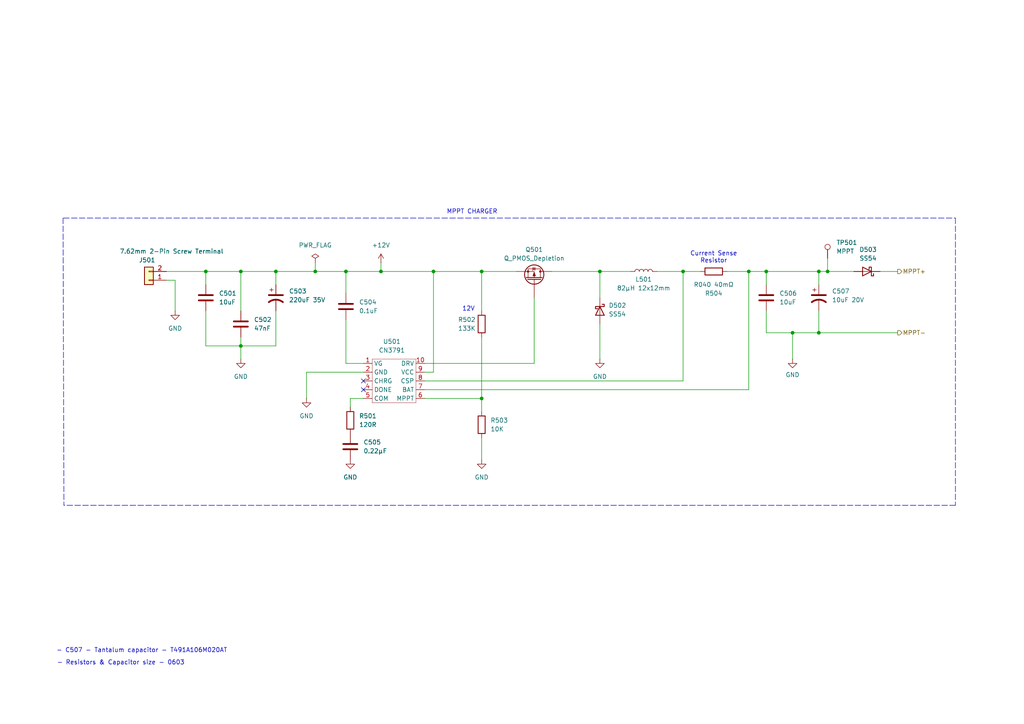
<source format=kicad_sch>
(kicad_sch (version 20250114) (generator "eeschema") (generator_version "9.0")
  (paper "A4")
  (lib_symbols
    (symbol "Connector:TestPoint" (pin_numbers (hide yes)) (pin_names (offset 0.762) (hide yes))
      (property "Reference" "TP" (at 0 6.858 0))
      (property "Value" "TestPoint" (at 0 5.08 0))
      (symbol "TestPoint_0_1"
        (circle (center 0 3.302) (radius 0.762))
      )
      (symbol "TestPoint_1_1"
        (pin passive line (at 0 0 90) (length 2.54) (name "1") (number "1"))
      )
    )
    (symbol "Connector_Generic:Conn_01x02" (pin_names (offset 1.016) (hide yes))
      (property "Reference" "J" (at 0 2.54 0))
      (property "Value" "Conn_01x02" (at 0 -5.08 0))
      (symbol "Conn_01x02_1_1"
        (rectangle (start -1.27 1.27) (end 1.27 -3.81) (stroke (width 0.254)) (fill (type background)))
        (rectangle (start -1.27 0.127) (end 0 -0.127) (stroke (width 0.1524)))
        (rectangle (start -1.27 -2.413) (end 0 -2.667) (stroke (width 0.1524)))
        (pin passive line (at -5.08 0 0) (length 3.81) (name "Pin_1") (number "1"))
        (pin passive line (at -5.08 -2.54 0) (length 3.81) (name "Pin_2") (number "2"))
      )
    )
    (symbol "Device:C" (pin_numbers (hide yes)) (pin_names (offset 0.254))
      (property "Reference" "C" (at 0.635 2.54 0))
      (property "Value" "C" (at 0.635 -2.54 0))
      (symbol "C_0_1"
        (polyline (pts (xy -2.032 0.762) (xy 2.032 0.762)) (stroke (width 0.508)))
        (polyline (pts (xy -2.032 -0.762) (xy 2.032 -0.762)) (stroke (width 0.508)))
      )
      (symbol "C_1_1"
        (pin passive line (at 0 3.81 270) (length 2.794) (name "~") (number "1"))
        (pin passive line (at 0 -3.81 90) (length 2.794) (name "~") (number "2"))
      )
    )
    (symbol "Device:C_Polarized_US" (pin_numbers (hide yes)) (pin_names (offset 0.254) (hide yes))
      (property "Reference" "C" (at 0.635 2.54 0))
      (property "Value" "C_Polarized_US" (at 0.635 -2.54 0))
      (symbol "C_Polarized_US_0_1"
        (polyline (pts (xy -2.032 0.762) (xy 2.032 0.762)) (stroke (width 0.508)))
        (polyline (pts (xy -1.778 2.286) (xy -0.762 2.286)))
        (polyline (pts (xy -1.27 1.778) (xy -1.27 2.794)))
        (arc (start -2.032 -1.27) (mid 0 -0.5572) (end 2.032 -1.27) (stroke (width 0.508)))
      )
      (symbol "C_Polarized_US_1_1"
        (pin passive line (at 0 3.81 270) (length 2.794) (name "~") (number "1"))
        (pin passive line (at 0 -3.81 90) (length 3.302) (name "~") (number "2"))
      )
    )
    (symbol "Device:D_Schottky" (pin_numbers (hide yes)) (pin_names (offset 1.016) (hide yes))
      (property "Reference" "D" (at 0 2.54 0))
      (property "Value" "D_Schottky" (at 0 -2.54 0))
      (symbol "D_Schottky_0_1"
        (polyline (pts (xy -1.905 0.635) (xy -1.905 1.27) (xy -1.27 1.27) (xy -1.27 -1.27) (xy -0.635 -1.27) (xy -0.635 -0.635)) (stroke (width 0.254)))
        (polyline (pts (xy 1.27 1.27) (xy 1.27 -1.27) (xy -1.27 0) (xy 1.27 1.27)) (stroke (width 0.254)))
        (polyline (pts (xy 1.27 0) (xy -1.27 0)))
      )
      (symbol "D_Schottky_1_1"
        (pin passive line (at -3.81 0 0) (length 2.54) (name "K") (number "1"))
        (pin passive line (at 3.81 0 180) (length 2.54) (name "A") (number "2"))
      )
    )
    (symbol "Device:L" (pin_numbers (hide yes)) (pin_names (offset 1.016) (hide yes))
      (property "Reference" "L" (at -1.27 0 90))
      (property "Value" "L" (at 1.905 0 90))
      (symbol "L_0_1"
        (arc (start 0 2.54) (mid 0.6323 1.905) (end 0 1.27))
        (arc (start 0 1.27) (mid 0.6323 0.635) (end 0 0))
        (arc (start 0 0) (mid 0.6323 -0.635) (end 0 -1.27))
        (arc (start 0 -1.27) (mid 0.6323 -1.905) (end 0 -2.54))
      )
      (symbol "L_1_1"
        (pin passive line (at 0 3.81 270) (length 1.27) (name "1") (number "1"))
        (pin passive line (at 0 -3.81 90) (length 1.27) (name "2") (number "2"))
      )
    )
    (symbol "Device:Q_PMOS_Depletion" (pin_numbers (hide yes)) (pin_names (offset 0) (hide yes))
      (property "Reference" "Q" (at 5.08 1.905 0))
      (property "Value" "Q_PMOS_Depletion" (at 5.08 0 0))
      (symbol "Q_PMOS_Depletion_0_1"
        (polyline (pts (xy 0.254 1.905) (xy 0.254 -1.905)) (stroke (width 0.254)))
        (polyline (pts (xy 0.254 0) (xy -2.54 0)))
        (polyline (pts (xy 0.762 2.286) (xy 0.762 -2.286)) (stroke (width 0.254)))
        (polyline (pts (xy 0.762 1.778) (xy 3.302 1.778) (xy 3.302 -1.778) (xy 0.762 -1.778)))
        (circle (center 1.651 0) (radius 2.794) (stroke (width 0.254)))
        (polyline (pts (xy 2.286 0) (xy 1.27 0.381) (xy 1.27 -0.381) (xy 2.286 0)) (fill (type outline)))
        (polyline (pts (xy 2.54 2.54) (xy 2.54 1.778)))
        (circle (center 2.54 1.778) (radius 0.254) (fill (type outline)))
        (circle (center 2.54 -1.778) (radius 0.254) (fill (type outline)))
        (polyline (pts (xy 2.54 -2.54) (xy 2.54 0) (xy 0.762 0)))
        (polyline (pts (xy 2.794 -0.508) (xy 2.921 -0.381) (xy 3.683 -0.381) (xy 3.81 -0.254)))
        (polyline (pts (xy 3.302 -0.381) (xy 2.921 0.254) (xy 3.683 0.254) (xy 3.302 -0.381)))
      )
      (symbol "Q_PMOS_Depletion_1_1"
        (pin input line (at -5.08 0 0) (length 2.54) (name "G") (number "G"))
        (pin passive line (at 2.54 5.08 270) (length 2.54) (name "D") (number "D"))
        (pin passive line (at 2.54 -5.08 90) (length 2.54) (name "S") (number "S"))
      )
    )
    (symbol "Device:R" (pin_numbers (hide yes)) (pin_names (offset 0))
      (property "Reference" "R" (at 2.032 0 90))
      (property "Value" "R" (at 0 0 90))
      (symbol "R_0_1"
        (rectangle (start -1.016 -2.54) (end 1.016 2.54) (stroke (width 0.254)))
      )
      (symbol "R_1_1"
        (pin passive line (at 0 3.81 270) (length 1.27) (name "~") (number "1"))
        (pin passive line (at 0 -3.81 90) (length 1.27) (name "~") (number "2"))
      )
    )
    (symbol "govi.ai_v3_sym:CN3791"
      (property "Reference" "U1" (at 0 7.366 0))
      (property "Value" "CN3791" (at 0 -7.493 0))
      (symbol "CN3791_0_1"
        (rectangle (start -7.62 5.08) (end -7.62 5.08) (stroke (width 0.0006)))
        (rectangle (start -6.35 6.35) (end 6.35 -6.35) (stroke (width 0.0006)))
      )
      (symbol "CN3791_1_1"
        (pin input line (at -8.89 5.08 0) (length 2.54) (name "VG") (number "1"))
        (pin input line (at -8.89 2.54 0) (length 2.54) (name "GND") (number "2"))
        (pin output line (at -8.89 0 0) (length 2.54) (name "CHRG") (number "3"))
        (pin output line (at -8.89 -2.54 0) (length 2.54) (name "DONE") (number "4"))
        (pin input line (at -8.89 -5.08 0) (length 2.54) (name "COM") (number "5"))
        (pin output line (at 8.89 5.08 180) (length 2.54) (name "DRV") (number "10"))
        (pin input line (at 8.89 2.54 180) (length 2.54) (name "VCC") (number "9"))
        (pin input line (at 8.89 0 180) (length 2.54) (name "CSP") (number "8"))
        (pin input line (at 8.89 -2.54 180) (length 2.54) (name "BAT") (number "7"))
        (pin input line (at 8.89 -5.08 180) (length 2.54) (name "MPPT") (number "6"))
      )
    )
    (symbol "power:+12V" (power) (pin_numbers (hide yes)) (pin_names (offset 0) (hide yes))
      (property "Value" "+12V" (at 0 3.556 0))
      (symbol "+12V_0_1"
        (polyline (pts (xy -0.762 1.27) (xy 0 2.54)))
        (polyline (pts (xy 0 2.54) (xy 0.762 1.27)))
        (polyline (pts (xy 0 0) (xy 0 2.54)))
      )
      (symbol "+12V_1_1"
        (pin power_in line (at 0 0 90) (length 0) (name "~") (number "1"))
      )
    )
    (symbol "power:GND" (power) (pin_numbers (hide yes)) (pin_names (offset 0) (hide yes))
      (property "Value" "GND" (at 0 -3.81 0))
      (symbol "GND_0_1"
        (polyline (pts (xy 0 0) (xy 0 -1.27) (xy 1.27 -1.27) (xy 0 -2.54) (xy -1.27 -1.27) (xy 0 -1.27)))
      )
      (symbol "GND_1_1"
        (pin power_in line (at 0 0 270) (length 0) (name "~") (number "1"))
      )
    )
    (symbol "power:PWR_FLAG" (power) (pin_numbers (hide yes)) (pin_names (offset 0) (hide yes))
      (property "Value" "PWR_FLAG" (at 0 3.81 0))
      (symbol "PWR_FLAG_0_0"
        (pin power_out line (at 0 0 90) (length 0) (name "~") (number "1"))
      )
      (symbol "PWR_FLAG_0_1"
        (polyline (pts (xy 0 0) (xy 0 1.27) (xy -1.016 1.905) (xy 0 2.54) (xy 1.016 1.905) (xy 0 1.27)))
      )
    )
  )
  (text "Current Sense\nResistor" (at 207.01 74.676 0) (effects (font (size 1.27 1.27))))
  (text "12V" (at 135.89 89.662 0) (effects (font (size 1.27 1.27))))
  (text "- C507 - Tantalum capacitor - T491A106M020AT" (at 41.148 188.722 0) (effects (font (size 1.27 1.27))))
  (text " - Resistors & Capacitor size - 0603" (at 34.544 192.278 0) (effects (font (size 1.27 1.27))))
  (text "MPPT CHARGER" (at 129.54 62.23 0) (effects (font (size 1.27 1.27)) (justify left bottom)))
  (junction (at 139.7 78.74))
  (junction (at 229.87 96.52))
  (junction (at 198.12 78.74))
  (junction (at 125.73 78.74))
  (junction (at 139.7 115.57))
  (junction (at 69.85 78.74))
  (junction (at 59.69 78.74))
  (junction (at 173.99 78.74))
  (junction (at 69.85 100.33))
  (junction (at 240.03 78.74))
  (junction (at 237.49 96.52))
  (junction (at 237.49 78.74))
  (junction (at 110.49 78.74))
  (junction (at 222.25 78.74) (diameter 0.9144))
  (junction (at 80.01 78.74))
  (junction (at 100.33 78.74) (diameter 0.9144))
  (junction (at 217.17 78.74))
  (junction (at 91.44 78.74))
  (no_connect (at 105.41 110.49))
  (no_connect (at 105.41 113.03))
  (wire (pts (xy 59.69 100.33) (xy 69.85 100.33)))
  (wire (pts (xy 229.87 96.52) (xy 229.87 104.14)))
  (wire (pts (xy 110.49 76.2) (xy 110.49 78.74)))
  (wire (pts (xy 59.69 78.74) (xy 48.26 78.74)))
  (wire (pts (xy 139.7 97.79) (xy 139.7 115.57)))
  (wire (pts (xy 101.6 115.57) (xy 105.41 115.57)))
  (wire (pts (xy 139.7 78.74) (xy 139.7 90.17)))
  (wire (pts (xy 217.17 78.74) (xy 217.17 113.03)))
  (wire (pts (xy 48.26 81.28) (xy 50.8 81.28)))
  (wire (pts (xy 154.94 86.36) (xy 154.94 105.41)))
  (wire (pts (xy 105.41 105.41) (xy 100.33 105.41)))
  (wire (pts (xy 80.01 90.17) (xy 80.01 100.33)))
  (wire (pts (xy 105.41 107.95) (xy 88.9 107.95)))
  (polyline (pts (xy 277.114 63.246) (xy 277.114 146.558)) (stroke (width 0) (type dash)))
  (wire (pts (xy 110.49 78.74) (xy 100.33 78.74)))
  (wire (pts (xy 240.03 78.74) (xy 247.65 78.74)))
  (wire (pts (xy 80.01 100.33) (xy 69.85 100.33)))
  (wire (pts (xy 125.73 78.74) (xy 110.49 78.74)))
  (wire (pts (xy 198.12 78.74) (xy 203.2 78.74)))
  (wire (pts (xy 222.25 96.52) (xy 229.87 96.52)))
  (wire (pts (xy 59.69 78.74) (xy 69.85 78.74)))
  (wire (pts (xy 80.01 78.74) (xy 91.44 78.74)))
  (wire (pts (xy 123.19 110.49) (xy 198.12 110.49)))
  (wire (pts (xy 237.49 82.55) (xy 237.49 78.74)))
  (wire (pts (xy 210.82 78.74) (xy 217.17 78.74)))
  (wire (pts (xy 69.85 100.33) (xy 69.85 104.14)))
  (wire (pts (xy 139.7 78.74) (xy 149.86 78.74)))
  (wire (pts (xy 69.85 78.74) (xy 80.01 78.74)))
  (wire (pts (xy 160.02 78.74) (xy 173.99 78.74)))
  (wire (pts (xy 100.33 105.41) (xy 100.33 92.71)))
  (wire (pts (xy 237.49 96.52) (xy 260.35 96.52)))
  (wire (pts (xy 240.03 74.93) (xy 240.03 78.74)))
  (wire (pts (xy 125.73 107.95) (xy 125.73 78.74)))
  (wire (pts (xy 101.6 118.11) (xy 101.6 115.57)))
  (wire (pts (xy 123.19 105.41) (xy 154.94 105.41)))
  (wire (pts (xy 139.7 127) (xy 139.7 133.35)))
  (wire (pts (xy 69.85 97.79) (xy 69.85 100.33)))
  (wire (pts (xy 91.44 78.74) (xy 100.33 78.74)))
  (wire (pts (xy 255.27 78.74) (xy 260.35 78.74)))
  (wire (pts (xy 69.85 90.17) (xy 69.85 78.74)))
  (wire (pts (xy 123.19 113.03) (xy 217.17 113.03)))
  (wire (pts (xy 59.69 90.17) (xy 59.69 100.33)))
  (wire (pts (xy 123.19 115.57) (xy 139.7 115.57)))
  (wire (pts (xy 190.5 78.74) (xy 198.12 78.74)))
  (wire (pts (xy 125.73 78.74) (xy 139.7 78.74)))
  (wire (pts (xy 222.25 82.55) (xy 222.25 78.74)))
  (wire (pts (xy 173.99 78.74) (xy 182.88 78.74)))
  (wire (pts (xy 50.8 81.28) (xy 50.8 90.17)))
  (polyline (pts (xy 18.415 63.246) (xy 277.114 63.246)) (stroke (width 0) (type dash)))
  (wire (pts (xy 80.01 78.74) (xy 80.01 82.55)))
  (wire (pts (xy 198.12 110.49) (xy 198.12 78.74)))
  (wire (pts (xy 139.7 115.57) (xy 139.7 119.38)))
  (wire (pts (xy 222.25 78.74) (xy 217.17 78.74)))
  (wire (pts (xy 237.49 96.52) (xy 237.49 90.17)))
  (wire (pts (xy 100.33 85.09) (xy 100.33 78.74)))
  (wire (pts (xy 173.99 93.98) (xy 173.99 104.14)))
  (wire (pts (xy 59.69 82.55) (xy 59.69 78.74)))
  (wire (pts (xy 229.87 96.52) (xy 237.49 96.52)))
  (polyline (pts (xy 18.288 63.246) (xy 18.542 146.558)) (stroke (width 0) (type dash)))
  (wire (pts (xy 237.49 78.74) (xy 240.03 78.74)))
  (wire (pts (xy 88.9 107.95) (xy 88.9 115.57)))
  (wire (pts (xy 123.19 107.95) (xy 125.73 107.95)))
  (polyline (pts (xy 277.114 146.558) (xy 18.542 146.558)) (stroke (width 0) (type dash)))
  (wire (pts (xy 91.44 76.2) (xy 91.44 78.74)))
  (wire (pts (xy 237.49 78.74) (xy 222.25 78.74)))
  (wire (pts (xy 173.99 86.36) (xy 173.99 78.74)))
  (wire (pts (xy 222.25 90.17) (xy 222.25 96.52)))
  (hierarchical_label "MPPT-" (shape output) (at 260.35 96.52 0))
  (hierarchical_label "MPPT+" (shape output) (at 260.35 78.74 0))
  (symbol (lib_id "Device:C") (at 59.69 86.36 0) (unit 1)
    (property "Reference" "C501" (at 63.5 85.0899 0) (effects (justify left)))
    (property "Value" "10uF" (at 63.5 87.6299 0) (effects (justify left)))
    (property "Footprint" "Capacitor_SMD:C_0603_1608Metric_Pad1.08x0.95mm_HandSolder" (effects (hide yes)))
    (property "Description" "Unpolarized capacitor" (effects (hide yes)))
  )
  (symbol (lib_id "Device:R") (at 139.7 93.98 0) (unit 1)
    (property "Reference" "R502" (at 132.842 92.71 0) (effects (justify left)))
    (property "Value" "133K" (at 132.842 95.25 0) (effects (justify left)))
    (property "Footprint" "Resistor_SMD:R_0603_1608Metric_Pad0.98x0.95mm_HandSolder" (effects (hide yes)))
    (property "Description" "Resistor" (effects (hide yes)))
  )
  (symbol (lib_id "power:GND") (at 101.6 133.35 0) (unit 1)
    (property "Reference" "#PWR0504" (effects (hide yes)))
    (property "Value" "GND" (at 101.6 138.43 0))
    (property "Description" "Power symbol creates a global label with name \"GND\" , ground" (effects (hide yes)))
  )
  (symbol (lib_id "Device:C") (at 222.25 86.36 0) (unit 1)
    (property "Reference" "C506" (at 226.06 85.0899 0) (effects (justify left)))
    (property "Value" "10uF" (at 226.06 87.6299 0) (effects (justify left)))
    (property "Footprint" "Capacitor_SMD:C_0603_1608Metric_Pad1.08x0.95mm_HandSolder" (effects (hide yes)))
    (property "Description" "Unpolarized capacitor" (effects (hide yes)))
  )
  (symbol (lib_id "power:GND") (at 229.87 104.14 0) (unit 1)
    (property "Reference" "#PWR0508" (effects (hide yes)))
    (property "Value" "GND" (at 229.87 108.712 0))
    (property "Description" "Power symbol creates a global label with name \"GND\" , ground" (effects (hide yes)))
  )
  (symbol (lib_id "Device:D_Schottky") (at 173.99 90.17 270) (unit 1)
    (property "Reference" "D502" (at 176.53 88.5824 90) (effects (justify left)))
    (property "Value" "SS54" (at 176.53 91.1224 90) (effects (justify left)))
    (property "Footprint" "Diode_SMD:D_SMA" (effects (hide yes)))
    (property "Description" "Schottky diode" (effects (hide yes)))
  )
  (symbol (lib_id "Device:Q_PMOS_Depletion") (at 154.94 81.28 270) (mirror x) (unit 1)
    (property "Reference" "Q501" (at 154.94 72.39 90))
    (property "Value" "Q_PMOS_Depletion" (at 154.94 74.93 90))
    (property "Footprint" "Package_TO_SOT_SMD:TO-252-2" (effects (hide yes)))
    (property "Description" "Depletion-mode P-channel MOSFET" (effects (hide yes)))
  )
  (symbol (lib_id "Device:L") (at 186.69 78.74 90) (unit 1)
    (property "Reference" "L501" (at 186.69 81.026 90))
    (property "Value" "82µH 12x12mm" (at 186.69 83.566 90))
    (property "Footprint" "Inductor_SMD:L_12x12mm_H4.5mm" (effects (hide yes)))
    (property "Description" "Inductor" (effects (hide yes)))
  )
  (symbol (lib_id "power:GND") (at 173.99 104.14 0) (unit 1)
    (property "Reference" "#PWR0507" (effects (hide yes)))
    (property "Value" "GND" (at 173.99 109.22 0))
    (property "Description" "Power symbol creates a global label with name \"GND\" , ground" (effects (hide yes)))
  )
  (symbol (lib_id "govi.ai_v3_sym:CN3791") (at 114.3 110.49 0) (unit 1)
    (property "Reference" "U501" (at 113.665 99.06 0))
    (property "Value" "CN3791" (at 113.665 101.6 0))
    (property "Footprint" "Package_SO:SSOP-10_3.9x4.9mm_P1.00mm" (effects (hide yes)))
  )
  (symbol (lib_id "Device:R") (at 139.7 123.19 0) (unit 1)
    (property "Reference" "R503" (at 142.24 121.9199 0) (effects (justify left)))
    (property "Value" "10K" (at 142.24 124.4599 0) (effects (justify left)))
    (property "Footprint" "Resistor_SMD:R_0603_1608Metric_Pad0.98x0.95mm_HandSolder" (effects (hide yes)))
    (property "Description" "Resistor" (effects (hide yes)))
  )
  (symbol (lib_id "power:GND") (at 88.9 115.57 0) (unit 1)
    (property "Reference" "#PWR0503" (effects (hide yes)))
    (property "Value" "GND" (at 88.9 120.65 0))
    (property "Description" "Power symbol creates a global label with name \"GND\" , ground" (effects (hide yes)))
  )
  (symbol (lib_id "Device:R") (at 101.6 121.92 0) (unit 1)
    (property "Reference" "R501" (at 104.14 120.6499 0) (effects (justify left)))
    (property "Value" "120R" (at 104.14 123.1899 0) (effects (justify left)))
    (property "Footprint" "Resistor_SMD:R_0603_1608Metric_Pad0.98x0.95mm_HandSolder" (effects (hide yes)))
    (property "Description" "Resistor" (effects (hide yes)))
  )
  (symbol (lib_id "Connector:TestPoint") (at 240.03 74.93 0) (unit 1)
    (property "Reference" "TP501" (at 242.57 70.3579 0) (effects (justify left)))
    (property "Value" "MPPT" (at 242.57 72.8979 0) (effects (justify left)))
    (property "Footprint" "TestPoint:TestPoint_Pad_D1.0mm" (effects (hide yes)))
    (property "Description" "test point" (effects (hide yes)))
  )
  (symbol (lib_id "Device:C") (at 101.6 129.54 0) (unit 1)
    (property "Reference" "C505" (at 105.41 128.2699 0) (effects (justify left)))
    (property "Value" "0.22µF" (at 105.41 130.8099 0) (effects (justify left)))
    (property "Footprint" "Capacitor_SMD:C_0603_1608Metric_Pad1.08x0.95mm_HandSolder" (effects (hide yes)))
    (property "Description" "Unpolarized capacitor" (effects (hide yes)))
  )
  (symbol (lib_id "Device:D_Schottky") (at 251.46 78.74 180) (unit 1)
    (property "Reference" "D503" (at 251.7775 72.39 0))
    (property "Value" "SS54" (at 251.7775 74.93 0))
    (property "Footprint" "Diode_SMD:D_SMA" (effects (hide yes)))
    (property "Description" "Schottky diode" (effects (hide yes)))
  )
  (symbol (lib_id "Device:R") (at 207.01 78.74 90) (mirror x) (unit 1)
    (property "Reference" "R504" (at 207.01 85.09 90))
    (property "Value" "R040 40mΩ" (at 207.01 82.55 90))
    (property "Footprint" "Resistor_SMD:R_2512_6332Metric_Pad1.40x3.35mm_HandSolder" (effects (hide yes)))
    (property "Description" "Resistor" (effects (hide yes)))
  )
  (symbol (lib_id "power:GND") (at 139.7 133.35 0) (unit 1)
    (property "Reference" "#PWR0506" (effects (hide yes)))
    (property "Value" "GND" (at 139.7 138.43 0))
    (property "Description" "Power symbol creates a global label with name \"GND\" , ground" (effects (hide yes)))
  )
  (symbol (lib_id "Device:C_Polarized_US") (at 237.49 86.36 0) (unit 1)
    (property "Reference" "C507" (at 241.3 84.4549 0) (effects (justify left)))
    (property "Value" "10uF 20V" (at 241.3 86.9949 0) (effects (justify left)))
    (property "Footprint" "Capacitor_Tantalum_SMD:CP_EIA-3216-18_Kemet-A_HandSolder" (effects (hide yes)))
    (property "Description" "Polarized capacitor, US symbol" (effects (hide yes)))
  )
  (symbol (lib_id "Device:C_Polarized_US") (at 80.01 86.36 0) (unit 1)
    (property "Reference" "C503" (at 83.82 84.4549 0) (effects (justify left)))
    (property "Value" "220uF 35V" (at 83.82 86.9949 0) (effects (justify left)))
    (property "Footprint" "Capacitor_SMD:CP_Elec_6.3x7.7" (effects (hide yes)))
    (property "Description" "Polarized capacitor, US symbol" (effects (hide yes)))
  )
  (symbol (lib_id "power:PWR_FLAG") (at 91.44 76.2 0) (unit 1)
    (property "Reference" "#FLG0501" (effects (hide yes)))
    (property "Value" "PWR_FLAG" (at 91.44 71.12 0))
    (property "Description" "Special symbol for telling ERC where power comes from" (effects (hide yes)))
  )
  (symbol (lib_id "power:GND") (at 69.85 104.14 0) (unit 1)
    (property "Reference" "#PWR0502" (effects (hide yes)))
    (property "Value" "GND" (at 69.85 109.22 0))
    (property "Description" "Power symbol creates a global label with name \"GND\" , ground" (effects (hide yes)))
  )
  (symbol (lib_id "Device:C") (at 69.85 93.98 0) (unit 1)
    (property "Reference" "C502" (at 73.66 92.7099 0) (effects (justify left)))
    (property "Value" "47nF" (at 73.66 95.2499 0) (effects (justify left)))
    (property "Footprint" "Capacitor_SMD:C_0603_1608Metric_Pad1.08x0.95mm_HandSolder" (effects (hide yes)))
    (property "Description" "Unpolarized capacitor" (effects (hide yes)))
  )
  (symbol (lib_id "power:+12V") (at 110.49 76.2 0) (unit 1)
    (property "Reference" "#PWR0505" (effects (hide yes)))
    (property "Value" "+12V" (at 110.49 71.12 0))
    (property "Description" "Power symbol creates a global label with name \"+12V\"" (effects (hide yes)))
  )
  (symbol (lib_id "Connector_Generic:Conn_01x02") (at 43.18 81.28 180) (unit 1)
    (property "Reference" "J501" (at 42.672 75.438 0))
    (property "Value" "7.62mm 2-Pin Screw Terminal" (at 49.784 72.898 0))
    (property "Footprint" "govi_v3_sensor_footprints_kicad:P=7.62mm Barrier Terminal Blocks azend" (effects (hide yes)))
  )
  (symbol (lib_id "power:GND") (at 50.8 90.17 0) (unit 1)
    (property "Reference" "#PWR0501" (effects (hide yes)))
    (property "Value" "GND" (at 50.8 95.25 0))
    (property "Description" "Power symbol creates a global label with name \"GND\" , ground" (effects (hide yes)))
  )
  (symbol (lib_id "Device:C") (at 100.33 88.9 0) (unit 1)
    (property "Reference" "C504" (at 104.14 87.6299 0) (effects (justify left)))
    (property "Value" "0.1uF" (at 104.14 90.1699 0) (effects (justify left)))
    (property "Footprint" "Capacitor_SMD:C_0603_1608Metric_Pad1.08x0.95mm_HandSolder" (effects (hide yes)))
    (property "Description" "Unpolarized capacitor" (effects (hide yes)))
  )
)
</source>
